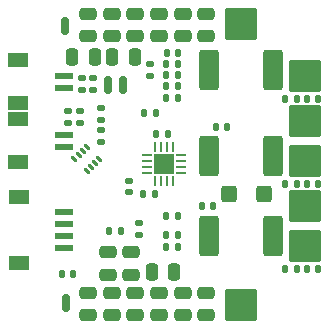
<source format=gbs>
G04 #@! TF.GenerationSoftware,KiCad,Pcbnew,7.0.7*
G04 #@! TF.CreationDate,2024-08-09T21:04:11-05:00*
G04 #@! TF.ProjectId,O32controller,4f333263-6f6e-4747-926f-6c6c65722e6b,3.1*
G04 #@! TF.SameCoordinates,Original*
G04 #@! TF.FileFunction,Soldermask,Bot*
G04 #@! TF.FilePolarity,Negative*
%FSLAX46Y46*%
G04 Gerber Fmt 4.6, Leading zero omitted, Abs format (unit mm)*
G04 Created by KiCad (PCBNEW 7.0.7) date 2024-08-09 21:04:11*
%MOMM*%
%LPD*%
G01*
G04 APERTURE LIST*
G04 Aperture macros list*
%AMRoundRect*
0 Rectangle with rounded corners*
0 $1 Rounding radius*
0 $2 $3 $4 $5 $6 $7 $8 $9 X,Y pos of 4 corners*
0 Add a 4 corners polygon primitive as box body*
4,1,4,$2,$3,$4,$5,$6,$7,$8,$9,$2,$3,0*
0 Add four circle primitives for the rounded corners*
1,1,$1+$1,$2,$3*
1,1,$1+$1,$4,$5*
1,1,$1+$1,$6,$7*
1,1,$1+$1,$8,$9*
0 Add four rect primitives between the rounded corners*
20,1,$1+$1,$2,$3,$4,$5,0*
20,1,$1+$1,$4,$5,$6,$7,0*
20,1,$1+$1,$6,$7,$8,$9,0*
20,1,$1+$1,$8,$9,$2,$3,0*%
G04 Aperture macros list end*
%ADD10RoundRect,0.269607X-1.105393X-1.105393X1.105393X-1.105393X1.105393X1.105393X-1.105393X1.105393X0*%
%ADD11RoundRect,0.135000X0.135000X0.185000X-0.135000X0.185000X-0.135000X-0.185000X0.135000X-0.185000X0*%
%ADD12RoundRect,0.140000X0.140000X0.170000X-0.140000X0.170000X-0.140000X-0.170000X0.140000X-0.170000X0*%
%ADD13RoundRect,0.250000X-0.475000X0.250000X-0.475000X-0.250000X0.475000X-0.250000X0.475000X0.250000X0*%
%ADD14RoundRect,0.135000X-0.135000X-0.185000X0.135000X-0.185000X0.135000X0.185000X-0.135000X0.185000X0*%
%ADD15RoundRect,0.140000X-0.140000X-0.170000X0.140000X-0.170000X0.140000X0.170000X-0.140000X0.170000X0*%
%ADD16RoundRect,0.250000X0.475000X-0.250000X0.475000X0.250000X-0.475000X0.250000X-0.475000X-0.250000X0*%
%ADD17RoundRect,0.135000X-0.185000X0.135000X-0.185000X-0.135000X0.185000X-0.135000X0.185000X0.135000X0*%
%ADD18RoundRect,0.050000X0.272236X-0.130815X-0.130815X0.272236X-0.272236X0.130815X0.130815X-0.272236X0*%
%ADD19RoundRect,0.140000X0.170000X-0.140000X0.170000X0.140000X-0.170000X0.140000X-0.170000X-0.140000X0*%
%ADD20RoundRect,0.140000X-0.170000X0.140000X-0.170000X-0.140000X0.170000X-0.140000X0.170000X0.140000X0*%
%ADD21RoundRect,0.250000X0.250000X0.475000X-0.250000X0.475000X-0.250000X-0.475000X0.250000X-0.475000X0*%
%ADD22R,1.550000X0.600000*%
%ADD23R,1.800000X1.200000*%
%ADD24RoundRect,0.250000X0.600000X1.450000X-0.600000X1.450000X-0.600000X-1.450000X0.600000X-1.450000X0*%
%ADD25RoundRect,0.150000X0.150000X0.600000X-0.150000X0.600000X-0.150000X-0.600000X0.150000X-0.600000X0*%
%ADD26RoundRect,0.150000X0.150000X-0.600000X0.150000X0.600000X-0.150000X0.600000X-0.150000X-0.600000X0*%
%ADD27RoundRect,0.250000X-0.400000X-0.450000X0.400000X-0.450000X0.400000X0.450000X-0.400000X0.450000X0*%
%ADD28R,0.812800X0.254000*%
%ADD29R,0.254000X0.812800*%
%ADD30R,1.701800X1.701800*%
%ADD31RoundRect,0.135000X0.185000X-0.135000X0.185000X0.135000X-0.185000X0.135000X-0.185000X-0.135000X0*%
G04 APERTURE END LIST*
D10*
X61850000Y-53550000D03*
X61850000Y-49750000D03*
X56450000Y-38100000D03*
X61850000Y-46350000D03*
X61850000Y-42550000D03*
X56450000Y-61900000D03*
X61850000Y-56950000D03*
D11*
X51135000Y-44350000D03*
X50115000Y-44350000D03*
D12*
X62985000Y-44450000D03*
X62025000Y-44450000D03*
X54080000Y-53500000D03*
X53120000Y-53500000D03*
D13*
X51500000Y-60850000D03*
X51500000Y-62750000D03*
D14*
X48140000Y-52550000D03*
X49160000Y-52550000D03*
D11*
X51135000Y-41510000D03*
X50115000Y-41510000D03*
D15*
X49270000Y-47450000D03*
X50230000Y-47450000D03*
D16*
X45500000Y-39150000D03*
X45500000Y-37250000D03*
X51500000Y-39150000D03*
X51500000Y-37250000D03*
D15*
X50145000Y-40550000D03*
X51105000Y-40550000D03*
D12*
X62980000Y-58850000D03*
X62020000Y-58850000D03*
D17*
X48700000Y-41490000D03*
X48700000Y-42510000D03*
D18*
X44453589Y-49542929D03*
X44100036Y-49896482D03*
X43746482Y-50250036D03*
X43392929Y-50603589D03*
X42346411Y-49557071D03*
X42699964Y-49203518D03*
X43053518Y-48849964D03*
X43407071Y-48496411D03*
D19*
X43000000Y-43680000D03*
X43000000Y-42720000D03*
D16*
X49500000Y-39150000D03*
X49500000Y-37250000D03*
D14*
X50115000Y-43400000D03*
X51135000Y-43400000D03*
D20*
X46950000Y-51370000D03*
X46950000Y-52330000D03*
D13*
X45500000Y-60850000D03*
X45500000Y-62750000D03*
D16*
X43500000Y-39150000D03*
X43500000Y-37250000D03*
X47500000Y-39150000D03*
X47500000Y-37250000D03*
D21*
X44050000Y-40900000D03*
X42150000Y-40900000D03*
D11*
X51110000Y-56000000D03*
X50090000Y-56000000D03*
D21*
X47450000Y-40900000D03*
X45550000Y-40900000D03*
D17*
X42800000Y-45490000D03*
X42800000Y-46510000D03*
D22*
X41500000Y-57050000D03*
X41500000Y-56050000D03*
X41500000Y-55050000D03*
X41500000Y-54050000D03*
D23*
X37625000Y-58350000D03*
X37625000Y-52750000D03*
D12*
X63000000Y-51650000D03*
X62040000Y-51650000D03*
D24*
X59150000Y-56050000D03*
X53750000Y-56050000D03*
D13*
X47500000Y-60850000D03*
X47500000Y-62750000D03*
D17*
X44550000Y-45190000D03*
X44550000Y-46210000D03*
D25*
X41650000Y-61750000D03*
D22*
X41480000Y-48500000D03*
X41480000Y-47500000D03*
D23*
X37605000Y-49800000D03*
X37605000Y-46200000D03*
D26*
X46485000Y-43250000D03*
X45215000Y-43250000D03*
D11*
X61160000Y-51650000D03*
X60140000Y-51650000D03*
D16*
X47150000Y-59350000D03*
X47150000Y-57450000D03*
D12*
X55250000Y-46850000D03*
X54290000Y-46850000D03*
D14*
X50115000Y-42460000D03*
X51135000Y-42460000D03*
D17*
X47850000Y-54940000D03*
X47850000Y-55960000D03*
D13*
X49500000Y-60850000D03*
X49500000Y-62750000D03*
D11*
X61160000Y-58850000D03*
X60140000Y-58850000D03*
D17*
X44550000Y-47090000D03*
X44550000Y-48110000D03*
D11*
X49260000Y-45650000D03*
X48240000Y-45650000D03*
D22*
X41480000Y-43500000D03*
X41480000Y-42500000D03*
D23*
X37605000Y-44800000D03*
X37605000Y-41200000D03*
D14*
X50090000Y-54400000D03*
X51110000Y-54400000D03*
D24*
X59150000Y-42050000D03*
X53750000Y-42050000D03*
D27*
X55450000Y-52500000D03*
X58350000Y-52500000D03*
D11*
X51110000Y-57000000D03*
X50090000Y-57000000D03*
D16*
X53500000Y-39150000D03*
X53500000Y-37250000D03*
D13*
X43500000Y-60850000D03*
X43500000Y-62750000D03*
D14*
X45290000Y-55650000D03*
X46310000Y-55650000D03*
D11*
X61165000Y-44450000D03*
X60145000Y-44450000D03*
D17*
X43950000Y-42690000D03*
X43950000Y-43710000D03*
D12*
X42210000Y-59250000D03*
X41250000Y-59250000D03*
D16*
X45150000Y-59350000D03*
X45150000Y-57450000D03*
D28*
X51384400Y-49237199D03*
X51384400Y-49737200D03*
X51384400Y-50237200D03*
X51384400Y-50737201D03*
D29*
X50686601Y-51435000D03*
X50186600Y-51435000D03*
X49686600Y-51435000D03*
X49186599Y-51435000D03*
D28*
X48488800Y-50737201D03*
X48488800Y-50237200D03*
X48488800Y-49737200D03*
X48488800Y-49237199D03*
D29*
X49186599Y-48539400D03*
X49686600Y-48539400D03*
X50186600Y-48539400D03*
X50686601Y-48539400D03*
D30*
X49936600Y-49987200D03*
D21*
X50800000Y-59100000D03*
X48900000Y-59100000D03*
D25*
X41550000Y-38300000D03*
D31*
X41800000Y-46510000D03*
X41800000Y-45490000D03*
D13*
X53500000Y-60850000D03*
X53500000Y-62750000D03*
D24*
X59150000Y-49250000D03*
X53750000Y-49250000D03*
M02*

</source>
